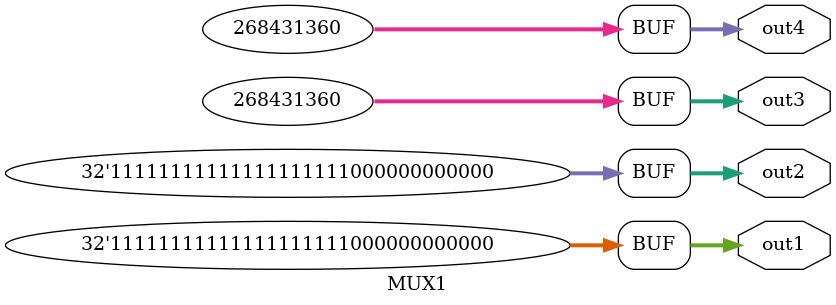
<source format=v>



module MUX1(
	output wire [31:0] out1 ,
	output wire [31:0] out2,
	output wire [31:0] out3,
	output wire [31:0] out4 
    );
    assign out1 = $signed(32'hffff0000)>>>$signed(32'd4);
	assign out2 = $signed(32'hffff0000)>>>$unsigned(32'd4);
	assign out3 = 32'hffff0000>>>$signed(32'd4);
	assign out4 = $unsigned(32'hffff0000)>>>$signed(32'd4);
	
endmodule

</source>
